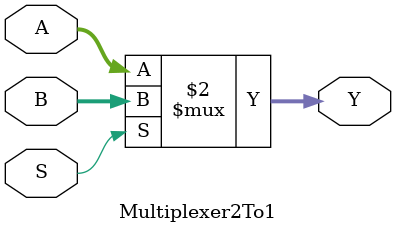
<source format=v>
module Multiplexer2To1 #(parameter N = 8)
(
		input [N-1:0] A, B,  	 //declare data inputs
		input S, 					 //declare select input
		output [N-1:0] Y			 //declare output
);
		assign Y = S==0 ? A : B; //select input
endmodule

</source>
